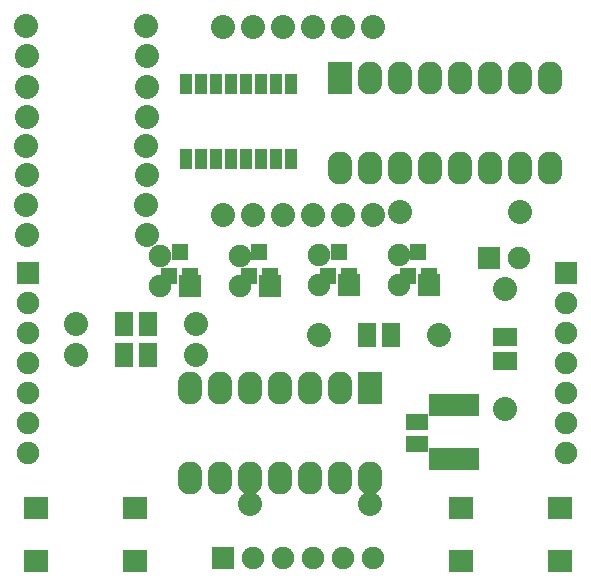
<source format=gts>
G04 (created by PCBNEW-RS274X (2011-05-25)-stable) date Sun 14 Oct 2012 04:31:26 PM CDT*
G01*
G70*
G90*
%MOIN*%
G04 Gerber Fmt 3.4, Leading zero omitted, Abs format*
%FSLAX34Y34*%
G04 APERTURE LIST*
%ADD10C,0.006000*%
%ADD11R,0.056000X0.056000*%
%ADD12R,0.040000X0.065000*%
%ADD13R,0.075000X0.075000*%
%ADD14C,0.075000*%
%ADD15R,0.082000X0.110000*%
%ADD16O,0.082000X0.110000*%
%ADD17R,0.170000X0.075000*%
%ADD18C,0.080000*%
%ADD19R,0.083000X0.075100*%
%ADD20R,0.075000X0.055000*%
%ADD21R,0.060000X0.080000*%
%ADD22R,0.080000X0.060000*%
G04 APERTURE END LIST*
G54D10*
G54D11*
X06250Y-09100D03*
X05550Y-09100D03*
X05900Y-08300D03*
X08900Y-09100D03*
X08200Y-09100D03*
X08550Y-08300D03*
X11550Y-09100D03*
X10850Y-09100D03*
X11200Y-08300D03*
X14200Y-09100D03*
X13500Y-09100D03*
X13850Y-08300D03*
G54D12*
X09600Y-05200D03*
X08600Y-05200D03*
X08100Y-05200D03*
X07600Y-05200D03*
X07100Y-05200D03*
X06600Y-05200D03*
X06100Y-05200D03*
X06100Y-02700D03*
X06600Y-02700D03*
X07100Y-02700D03*
X07600Y-02700D03*
X08100Y-02700D03*
X08600Y-02700D03*
X09100Y-02700D03*
X09600Y-02700D03*
X09100Y-05200D03*
G54D13*
X16200Y-08500D03*
G54D14*
X17200Y-08500D03*
G54D15*
X12250Y-12850D03*
G54D16*
X11250Y-12850D03*
X10250Y-12850D03*
X09250Y-12850D03*
X08250Y-12850D03*
X07250Y-12850D03*
X06250Y-12850D03*
X06250Y-15850D03*
X07250Y-15850D03*
X08250Y-15850D03*
X09250Y-15850D03*
X10250Y-15850D03*
X11250Y-15850D03*
X12250Y-15850D03*
G54D17*
X15050Y-13400D03*
X15050Y-15200D03*
G54D18*
X07343Y-07062D03*
X08343Y-07062D03*
X09343Y-07062D03*
X10343Y-07062D03*
X11343Y-07062D03*
X12343Y-07062D03*
X07343Y-00812D03*
X08343Y-00812D03*
X09343Y-00812D03*
X10343Y-00812D03*
X11343Y-00812D03*
X12343Y-00812D03*
X13225Y-06975D03*
X17225Y-06975D03*
X12250Y-16725D03*
X08250Y-16725D03*
G54D19*
X18583Y-16831D03*
X15275Y-16831D03*
X18583Y-18603D03*
X15275Y-18603D03*
X04410Y-16831D03*
X01102Y-16831D03*
X04410Y-18603D03*
X01102Y-18603D03*
G54D13*
X00825Y-09000D03*
G54D14*
X00825Y-10000D03*
X00825Y-11000D03*
X00825Y-12000D03*
X00825Y-13000D03*
X00825Y-14000D03*
X00825Y-15000D03*
G54D13*
X18775Y-09000D03*
G54D14*
X18775Y-10000D03*
X18775Y-11000D03*
X18775Y-12000D03*
X18775Y-13000D03*
X18775Y-14000D03*
X18775Y-15000D03*
G54D20*
X13800Y-13975D03*
X13800Y-14725D03*
G54D13*
X07343Y-18504D03*
G54D14*
X08343Y-18504D03*
X09343Y-18504D03*
X10343Y-18504D03*
X11343Y-18504D03*
X12343Y-18504D03*
G54D18*
X06450Y-10700D03*
X02450Y-10700D03*
G54D21*
X04850Y-10700D03*
X04050Y-10700D03*
G54D18*
X06450Y-11750D03*
X02450Y-11750D03*
G54D21*
X04850Y-11750D03*
X04050Y-11750D03*
G54D18*
X10550Y-11075D03*
X14550Y-11075D03*
G54D21*
X12150Y-11075D03*
X12950Y-11075D03*
G54D18*
X16750Y-09550D03*
X16750Y-13550D03*
G54D22*
X16750Y-11150D03*
X16750Y-11950D03*
G54D13*
X06250Y-09450D03*
G54D14*
X05250Y-09450D03*
X05250Y-08450D03*
G54D13*
X08900Y-09450D03*
G54D14*
X07900Y-09450D03*
X07900Y-08450D03*
G54D13*
X11550Y-09400D03*
G54D14*
X10550Y-09400D03*
X10550Y-08400D03*
G54D13*
X14200Y-09400D03*
G54D14*
X13200Y-09400D03*
X13200Y-08400D03*
G54D15*
X11250Y-02500D03*
G54D16*
X12250Y-02500D03*
X13250Y-02500D03*
X14250Y-02500D03*
X15250Y-02500D03*
X16250Y-02500D03*
X17250Y-02500D03*
X18250Y-02500D03*
X18250Y-05500D03*
X17250Y-05500D03*
X16250Y-05500D03*
X15250Y-05500D03*
X14250Y-05500D03*
X13250Y-05500D03*
X12250Y-05500D03*
X11250Y-05500D03*
G54D18*
X00775Y-06750D03*
X04775Y-06750D03*
X00800Y-02800D03*
X04800Y-02800D03*
X00800Y-03800D03*
X04800Y-03800D03*
X00775Y-04775D03*
X04775Y-04775D03*
X00800Y-05750D03*
X04800Y-05750D03*
X00789Y-01775D03*
X04789Y-01775D03*
X00775Y-00775D03*
X04775Y-00775D03*
X00800Y-07750D03*
X04800Y-07750D03*
M02*

</source>
